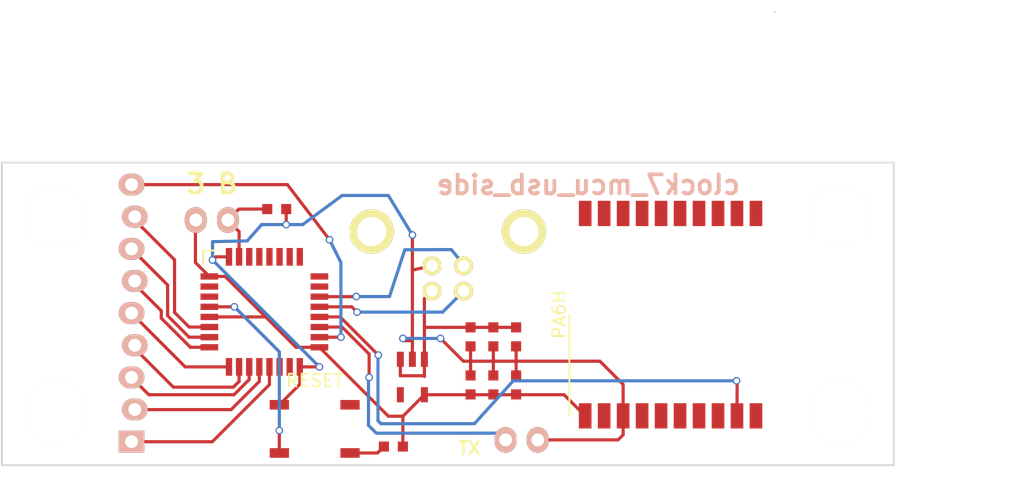
<source format=kicad_pcb>
(kicad_pcb (version 4) (host pcbnew 4.0.7-e2-6376~58~ubuntu16.04.1)

  (general
    (links 0)
    (no_connects 0)
    (area 75.124999 64.864999 146.075001 102.76)
    (thickness 1.6)
    (drawings 21)
    (tracks 148)
    (zones 0)
    (modules 20)
    (nets 1)
  )

  (page A4)
  (layers
    (0 F.Cu signal)
    (31 B.Cu signal)
    (32 B.Adhes user)
    (33 F.Adhes user)
    (34 B.Paste user)
    (35 F.Paste user)
    (36 B.SilkS user)
    (37 F.SilkS user)
    (38 B.Mask user)
    (39 F.Mask user)
    (40 Dwgs.User user)
    (41 Cmts.User user)
    (42 Eco1.User user)
    (43 Eco2.User user)
    (44 Edge.Cuts user)
    (45 Margin user)
    (46 B.CrtYd user)
    (47 F.CrtYd user)
    (48 B.Fab user)
    (49 F.Fab user)
  )

  (setup
    (last_trace_width 0.25)
    (trace_clearance 0.2)
    (zone_clearance 0.508)
    (zone_45_only no)
    (trace_min 0.2)
    (segment_width 0.2)
    (edge_width 0.15)
    (via_size 0.6)
    (via_drill 0.4)
    (via_min_size 0.4)
    (via_min_drill 0.3)
    (uvia_size 0.3)
    (uvia_drill 0.1)
    (uvias_allowed no)
    (uvia_min_size 0.2)
    (uvia_min_drill 0.1)
    (pcb_text_width 0.3)
    (pcb_text_size 1.5 1.5)
    (mod_edge_width 0.15)
    (mod_text_size 1 1)
    (mod_text_width 0.15)
    (pad_size 1.524 1.524)
    (pad_drill 0.762)
    (pad_to_mask_clearance 0.2)
    (aux_axis_origin 0 0)
    (visible_elements FFFFFF7F)
    (pcbplotparams
      (layerselection 0x010f0_80000001)
      (usegerberextensions false)
      (excludeedgelayer true)
      (linewidth 0.100000)
      (plotframeref false)
      (viasonmask false)
      (mode 1)
      (useauxorigin false)
      (hpglpennumber 1)
      (hpglpenspeed 20)
      (hpglpendiameter 15)
      (hpglpenoverlay 2)
      (psnegative false)
      (psa4output false)
      (plotreference true)
      (plotvalue true)
      (plotinvisibletext false)
      (padsonsilk false)
      (subtractmaskfromsilk false)
      (outputformat 1)
      (mirror false)
      (drillshape 0)
      (scaleselection 1)
      (outputdirectory clock7_mcu_usb_side/))
  )

  (net 0 "")

  (net_class Default "This is the default net class."
    (clearance 0.2)
    (trace_width 0.25)
    (via_dia 0.6)
    (via_drill 0.4)
    (uvia_dia 0.3)
    (uvia_drill 0.1)
  )

  (module 00my_modules:R_0603 (layer F.Cu) (tedit 5B4973CC) (tstamp 5CAAD7CB)
    (at 116 94.4 90)
    (descr R0603)
    (tags "resistor capacitor led 0603")
    (attr smd)
    (fp_text reference "" (at 0 0 90) (layer F.SilkS)
      (effects (font (size 0.5 0.5) (thickness 0.1)))
    )
    (fp_text value C (at 0 0 90) (layer F.Fab)
      (effects (font (size 0.5 0.5) (thickness 0.01)))
    )
    (fp_line (start -1.2 -0.45) (end 1.2 -0.45) (layer F.CrtYd) (width 0.01))
    (fp_line (start -1.2 0.45) (end 1.2 0.45) (layer F.CrtYd) (width 0.01))
    (fp_line (start -1.2 -0.45) (end -1.2 0.45) (layer F.CrtYd) (width 0.01))
    (fp_line (start 1.2 -0.45) (end 1.2 0.45) (layer F.CrtYd) (width 0.01))
    (pad 1 smd rect (at -0.75 0 90) (size 0.8 0.8) (layers F.Cu F.Paste F.Mask))
    (pad 2 smd rect (at 0.75 0 90) (size 0.8 0.8) (layers F.Cu F.Paste F.Mask))
  )

  (module 00my_modules:R_0603 (layer F.Cu) (tedit 5B4973CC) (tstamp 5CAAD7C1)
    (at 114.2 94.4 90)
    (descr R0603)
    (tags "resistor capacitor led 0603")
    (attr smd)
    (fp_text reference "" (at 0 0 90) (layer F.SilkS)
      (effects (font (size 0.5 0.5) (thickness 0.1)))
    )
    (fp_text value C (at 0 0 90) (layer F.Fab)
      (effects (font (size 0.5 0.5) (thickness 0.01)))
    )
    (fp_line (start -1.2 -0.45) (end 1.2 -0.45) (layer F.CrtYd) (width 0.01))
    (fp_line (start -1.2 0.45) (end 1.2 0.45) (layer F.CrtYd) (width 0.01))
    (fp_line (start -1.2 -0.45) (end -1.2 0.45) (layer F.CrtYd) (width 0.01))
    (fp_line (start 1.2 -0.45) (end 1.2 0.45) (layer F.CrtYd) (width 0.01))
    (pad 1 smd rect (at -0.75 0 90) (size 0.8 0.8) (layers F.Cu F.Paste F.Mask))
    (pad 2 smd rect (at 0.75 0 90) (size 0.8 0.8) (layers F.Cu F.Paste F.Mask))
  )

  (module 00my_modules:R_0603 (layer F.Cu) (tedit 5B4970A9) (tstamp 5CAAD7B7)
    (at 116 90.6 90)
    (descr R0603)
    (tags "resistor capacitor led 0603")
    (attr smd)
    (fp_text reference "" (at 0 0 90) (layer F.SilkS)
      (effects (font (size 0.5 0.5) (thickness 0.1)))
    )
    (fp_text value C (at 0 0 90) (layer F.Fab)
      (effects (font (size 0.5 0.5) (thickness 0.01)))
    )
    (fp_line (start -1.2 -0.45) (end 1.2 -0.45) (layer F.CrtYd) (width 0.01))
    (fp_line (start -1.2 0.45) (end 1.2 0.45) (layer F.CrtYd) (width 0.01))
    (fp_line (start -1.2 -0.45) (end -1.2 0.45) (layer F.CrtYd) (width 0.01))
    (fp_line (start 1.2 -0.45) (end 1.2 0.45) (layer F.CrtYd) (width 0.01))
    (pad 1 smd rect (at -0.75 0 90) (size 0.8 0.8) (layers F.Cu F.Paste F.Mask))
    (pad 2 smd rect (at 0.75 0 90) (size 0.8 0.8) (layers F.Cu F.Paste F.Mask))
  )

  (module 00my_modules:R_0603 (layer F.Cu) (tedit 5B4970A9) (tstamp 5CAAD7AD)
    (at 114.2 90.6 90)
    (descr R0603)
    (tags "resistor capacitor led 0603")
    (attr smd)
    (fp_text reference "" (at 0 0 90) (layer F.SilkS)
      (effects (font (size 0.5 0.5) (thickness 0.1)))
    )
    (fp_text value C (at 0 0 90) (layer F.Fab)
      (effects (font (size 0.5 0.5) (thickness 0.01)))
    )
    (fp_line (start -1.2 -0.45) (end 1.2 -0.45) (layer F.CrtYd) (width 0.01))
    (fp_line (start -1.2 0.45) (end 1.2 0.45) (layer F.CrtYd) (width 0.01))
    (fp_line (start -1.2 -0.45) (end -1.2 0.45) (layer F.CrtYd) (width 0.01))
    (fp_line (start 1.2 -0.45) (end 1.2 0.45) (layer F.CrtYd) (width 0.01))
    (pad 1 smd rect (at -0.75 0 90) (size 0.8 0.8) (layers F.Cu F.Paste F.Mask))
    (pad 2 smd rect (at 0.75 0 90) (size 0.8 0.8) (layers F.Cu F.Paste F.Mask))
  )

  (module 00my_modules:R_0603 (layer F.Cu) (tedit 5B4970A9) (tstamp 5B497FE4)
    (at 112.4 90.6 90)
    (descr R0603)
    (tags "resistor capacitor led 0603")
    (attr smd)
    (fp_text reference "" (at 0 0 90) (layer F.SilkS)
      (effects (font (size 0.5 0.5) (thickness 0.1)))
    )
    (fp_text value C (at 0 0 90) (layer F.Fab)
      (effects (font (size 0.5 0.5) (thickness 0.01)))
    )
    (fp_line (start -1.2 -0.45) (end 1.2 -0.45) (layer F.CrtYd) (width 0.01))
    (fp_line (start -1.2 0.45) (end 1.2 0.45) (layer F.CrtYd) (width 0.01))
    (fp_line (start -1.2 -0.45) (end -1.2 0.45) (layer F.CrtYd) (width 0.01))
    (fp_line (start 1.2 -0.45) (end 1.2 0.45) (layer F.CrtYd) (width 0.01))
    (pad 1 smd rect (at -0.75 0 90) (size 0.8 0.8) (layers F.Cu F.Paste F.Mask))
    (pad 2 smd rect (at 0.75 0 90) (size 0.8 0.8) (layers F.Cu F.Paste F.Mask))
  )

  (module 00my_modules:PA6H (layer F.Cu) (tedit 5415CC62) (tstamp 5B496F09)
    (at 128.21 88.845 90)
    (descr PA6H)
    (tags "PA6H gps")
    (fp_text reference PA6H (at 0 -8.8 90) (layer F.SilkS)
      (effects (font (size 1 1) (thickness 0.15)))
    )
    (fp_text value GPS (at 0 -7 90) (layer F.Fab)
      (effects (font (size 1 1) (thickness 0.15)))
    )
    (fp_line (start -8 -8) (end -8 8) (layer F.CrtYd) (width 0.05))
    (fp_line (start 8 -8) (end 8 8) (layer F.CrtYd) (width 0.05))
    (fp_line (start -8 -8) (end 8 -8) (layer F.CrtYd) (width 0.05))
    (fp_line (start -8 8) (end 8 8) (layer F.CrtYd) (width 0.05))
    (fp_line (start -8 -8) (end 0 -8) (layer F.SilkS) (width 0.15))
    (pad VCC smd rect (at -8 -6.75 90) (size 2 1) (layers F.Cu F.Paste F.Mask))
    (pad 2 smd rect (at -8 -5.25 90) (size 2 1) (layers F.Cu F.Paste F.Mask))
    (pad GND smd rect (at -8 -3.75 90) (size 2 1) (layers F.Cu F.Paste F.Mask))
    (pad 4 smd rect (at -8 -2.25 90) (size 2 1) (layers F.Cu F.Paste F.Mask))
    (pad 5 smd rect (at -8 -0.75 90) (size 2 1) (layers F.Cu F.Paste F.Mask))
    (pad 6 smd rect (at -8 0.75 90) (size 2 1) (layers F.Cu F.Paste F.Mask))
    (pad 7 smd rect (at -8 2.25 90) (size 2 1) (layers F.Cu F.Paste F.Mask))
    (pad 8 smd rect (at -8 3.75 90) (size 2 1) (layers F.Cu F.Paste F.Mask))
    (pad TX smd rect (at -8 5.25 90) (size 2 1) (layers F.Cu F.Paste F.Mask))
    (pad RX smd rect (at -8 6.75 90) (size 2 1) (layers F.Cu F.Paste F.Mask))
    (pad 11 smd rect (at 8 6.75 90) (size 2 1) (layers F.Cu F.Paste F.Mask))
    (pad 12 smd rect (at 8 5.25 90) (size 2 1) (layers F.Cu F.Paste F.Mask))
    (pad 13 smd rect (at 8 3.75 90) (size 2 1) (layers F.Cu F.Paste F.Mask))
    (pad 14 smd rect (at 8 2.25 90) (size 2 1) (layers F.Cu F.Paste F.Mask))
    (pad 15 smd rect (at 8 0.75 90) (size 2 1) (layers F.Cu F.Paste F.Mask))
    (pad 16 smd rect (at 8 -0.75 90) (size 2 1) (layers F.Cu F.Paste F.Mask))
    (pad 17 smd rect (at 8 -2.25 90) (size 2 1) (layers F.Cu F.Paste F.Mask))
    (pad 18 smd rect (at 8 -3.75 90) (size 2 1) (layers F.Cu F.Paste F.Mask))
    (pad 19 smd rect (at 8 -5.25 90) (size 2 1) (layers F.Cu F.Paste F.Mask))
    (pad 20 smd rect (at 8 -6.75 90) (size 2 1) (layers F.Cu F.Paste F.Mask))
  )

  (module 00my_modules:STM32_LQFP32 (layer F.Cu) (tedit 54130A77) (tstamp 5B497879)
    (at 96.1 88.625)
    (descr LQFP-32)
    (tags "smd lqfp")
    (attr smd)
    (fp_text reference "" (at 0 -4.3) (layer F.SilkS)
      (effects (font (size 1 1) (thickness 0.15)))
    )
    (fp_text value "" (at -1.5 -3) (layer F.Fab)
      (effects (font (size 0.5 0.5) (thickness 0.01)))
    )
    (fp_text user LQFP32 (at 0 0) (layer F.Fab)
      (effects (font (size 0.8 0.8) (thickness 0.1)))
    )
    (fp_line (start -5.05 -5.05) (end 5.05 -5.05) (layer F.CrtYd) (width 0.01))
    (fp_line (start 5.05 -5.05) (end 5.05 5.05) (layer F.CrtYd) (width 0.01))
    (fp_line (start 5.05 5.05) (end -5.05 5.05) (layer F.CrtYd) (width 0.01))
    (fp_line (start -5.05 5.05) (end -5.05 -5.05) (layer F.CrtYd) (width 0.01))
    (fp_line (start -4.85 -4.85) (end -4.85 -3.85) (layer F.SilkS) (width 0.15))
    (fp_line (start -4.85 -4.85) (end -3.85 -4.85) (layer F.SilkS) (width 0.15))
    (fp_line (start -3.65 -3.65) (end 3.65 -3.65) (layer F.Fab) (width 0.01))
    (fp_line (start 3.65 -3.65) (end 3.65 3.65) (layer F.Fab) (width 0.01))
    (fp_line (start 3.65 3.65) (end -3.65 3.65) (layer F.Fab) (width 0.01))
    (fp_line (start -3.65 3.65) (end -3.65 -3.65) (layer F.Fab) (width 0.01))
    (pad 3.3 smd rect (at -4.35 -2.8) (size 1.4 0.5) (layers F.Cu F.Paste F.Mask))
    (pad PF0 smd rect (at -4.35 -2) (size 1.4 0.5) (layers F.Cu F.Paste F.Mask))
    (pad PF1 smd rect (at -4.35 -1.2) (size 1.4 0.5) (layers F.Cu F.Paste F.Mask))
    (pad RST smd rect (at -4.35 -0.4) (size 1.4 0.5) (layers F.Cu F.Paste F.Mask))
    (pad 3.3 smd rect (at -4.35 0.4) (size 1.4 0.5) (layers F.Cu F.Paste F.Mask))
    (pad PA0 smd rect (at -4.35 1.2) (size 1.4 0.5) (layers F.Cu F.Paste F.Mask))
    (pad PA1 smd rect (at -4.35 2) (size 1.4 0.5) (layers F.Cu F.Paste F.Mask))
    (pad PA2 smd rect (at -4.35 2.8) (size 1.4 0.5) (layers F.Cu F.Paste F.Mask))
    (pad PA3 smd rect (at -2.8 4.35 90) (size 1.4 0.5) (layers F.Cu F.Paste F.Mask))
    (pad PA4 smd rect (at -2 4.35 90) (size 1.4 0.5) (layers F.Cu F.Paste F.Mask))
    (pad PA5 smd rect (at -1.2 4.35 90) (size 1.4 0.5) (layers F.Cu F.Paste F.Mask))
    (pad PA6 smd rect (at -0.4 4.35 90) (size 1.4 0.5) (layers F.Cu F.Paste F.Mask))
    (pad PA7 smd rect (at 0.4 4.35 90) (size 1.4 0.5) (layers F.Cu F.Paste F.Mask))
    (pad PB0 smd rect (at 1.2 4.35 90) (size 1.4 0.5) (layers F.Cu F.Paste F.Mask))
    (pad PB1 smd rect (at 2 4.35 90) (size 1.4 0.5) (layers F.Cu F.Paste F.Mask))
    (pad GND smd rect (at 2.8 4.35 90) (size 1.4 0.5) (layers F.Cu F.Paste F.Mask))
    (pad PA14 smd rect (at 4.35 -2.8) (size 1.4 0.5) (layers F.Cu F.Paste F.Mask))
    (pad PA13 smd rect (at 4.35 -2) (size 1.4 0.5) (layers F.Cu F.Paste F.Mask))
    (pad PA12 smd rect (at 4.35 -1.2) (size 1.4 0.5) (layers F.Cu F.Paste F.Mask))
    (pad PA11 smd rect (at 4.35 -0.4) (size 1.4 0.5) (layers F.Cu F.Paste F.Mask))
    (pad PA10 smd rect (at 4.35 0.4) (size 1.4 0.5) (layers F.Cu F.Paste F.Mask))
    (pad PA9 smd rect (at 4.35 1.2) (size 1.4 0.5) (layers F.Cu F.Paste F.Mask))
    (pad PA8 smd rect (at 4.35 2) (size 1.4 0.5) (layers F.Cu F.Paste F.Mask))
    (pad 3.3 smd rect (at 4.35 2.8) (size 1.4 0.5) (layers F.Cu F.Paste F.Mask))
    (pad GND smd rect (at -2.8 -4.35 90) (size 1.4 0.5) (layers F.Cu F.Paste F.Mask))
    (pad BOOT smd rect (at -2 -4.35 90) (size 1.4 0.5) (layers F.Cu F.Paste F.Mask))
    (pad PB7 smd rect (at -1.2 -4.35 90) (size 1.4 0.5) (layers F.Cu F.Paste F.Mask))
    (pad PB6 smd rect (at -0.4 -4.35 90) (size 1.4 0.5) (layers F.Cu F.Paste F.Mask))
    (pad PB5 smd rect (at 0.4 -4.35 90) (size 1.4 0.5) (layers F.Cu F.Paste F.Mask))
    (pad PB4 smd rect (at 1.2 -4.35 90) (size 1.4 0.5) (layers F.Cu F.Paste F.Mask))
    (pad PB3 smd rect (at 2 -4.35 90) (size 1.4 0.5) (layers F.Cu F.Paste F.Mask))
    (pad PA15 smd rect (at 2.8 -4.35 90) (size 1.4 0.5) (layers F.Cu F.Paste F.Mask))
  )

  (module 00my_modules:AP2112 (layer F.Cu) (tedit 58CE4E80) (tstamp 5B497C39)
    (at 107.8 93.775 270)
    (descr SOT25)
    (tags SOT25)
    (attr smd)
    (fp_text reference "" (at 0 -2.5 270) (layer F.SilkS)
      (effects (font (size 1 1) (thickness 0.15)))
    )
    (fp_text value "" (at 0 2.05 270) (layer F.Fab)
      (effects (font (size 0.5 0.5) (thickness 0.01)))
    )
    (fp_text user SOT25 (at 0 0 360) (layer F.Fab)
      (effects (font (size 0.5 0.5) (thickness 0.01)))
    )
    (fp_line (start -0.8 -1.5) (end 0.8 -1.5) (layer F.Fab) (width 0.01))
    (fp_line (start -0.8 1.5) (end 0.8 1.5) (layer F.Fab) (width 0.01))
    (fp_line (start -0.8 -1.5) (end -0.8 1.5) (layer F.Fab) (width 0.01))
    (fp_line (start 0.8 -1.5) (end 0.8 1.5) (layer F.Fab) (width 0.01))
    (fp_line (start -0.8 -1.5) (end -0.8 1.5) (layer F.Fab) (width 0.01))
    (fp_line (start 0.8 -1.5) (end 0.8 1.5) (layer F.Fab) (width 0.01))
    (fp_line (start -2.3 -1.7) (end 2.3 -1.7) (layer F.CrtYd) (width 0.01))
    (fp_line (start -2.3 -1.7) (end -2.3 1.7) (layer F.CrtYd) (width 0.01))
    (fp_line (start 2.3 1.7) (end 2.3 -1.7) (layer F.CrtYd) (width 0.01))
    (fp_line (start 2.3 1.7) (end -2.3 1.7) (layer F.CrtYd) (width 0.01))
    (pad VIN smd rect (at -1.4 -0.95 270) (size 1.2 0.55) (layers F.Cu F.Paste F.Mask))
    (pad GND smd rect (at -1.4 0 270) (size 1.2 0.55) (layers F.Cu F.Paste F.Mask))
    (pad EN smd rect (at -1.4 0.95 270) (size 1.2 0.55) (layers F.Cu F.Paste F.Mask))
    (pad NC smd rect (at 1.4 0.95 270) (size 1.2 0.55) (layers F.Cu F.Paste F.Mask))
    (pad VOUT smd rect (at 1.4 -0.95 270) (size 1.2 0.55) (layers F.Cu F.Paste F.Mask))
  )

  (module 00my_modules:BUTTON4_SMD (layer F.Cu) (tedit 5B497302) (tstamp 5B49863C)
    (at 100.076 97.875)
    (descr button4_smd)
    (tags "SPST button tactile switch")
    (fp_text reference RESET (at 0 -3.81) (layer F.SilkS)
      (effects (font (size 1 1) (thickness 0.15)))
    )
    (fp_text value "" (at 0 3.81) (layer F.Fab)
      (effects (font (size 1 1) (thickness 0.15)))
    )
    (fp_line (start -1.54 -2.54) (end -2.54 -1.54) (layer F.Fab) (width 0.2032))
    (fp_line (start -2.54 -1.24) (end -2.54 1.27) (layer F.Fab) (width 0.2032))
    (fp_line (start -2.54 1.54) (end -1.54 2.54) (layer F.Fab) (width 0.2032))
    (fp_line (start -1.54 2.54) (end 1.54 2.54) (layer F.Fab) (width 0.2032))
    (fp_line (start 1.54 2.54) (end 2.54 1.54) (layer F.Fab) (width 0.2032))
    (fp_line (start 2.54 1.24) (end 2.54 -1.24) (layer F.Fab) (width 0.2032))
    (fp_line (start 2.54 -1.54) (end 1.54 -2.54) (layer F.Fab) (width 0.2032))
    (fp_line (start 1.54 -2.54) (end -1.54 -2.54) (layer F.Fab) (width 0.2032))
    (fp_line (start 1.905 1.27) (end 1.905 0.445) (layer F.Fab) (width 0.127))
    (fp_line (start 1.905 0.445) (end 2.16 -0.01) (layer F.Fab) (width 0.127))
    (fp_line (start 1.905 -0.23) (end 1.905 -1.115) (layer F.Fab) (width 0.127))
    (fp_circle (center 0 0) (end 0 1.27) (layer F.Fab) (width 0.2032))
    (pad 1 smd rect (at -2.794 1.905) (size 1.524 0.762) (layers F.Cu F.Paste F.Mask))
    (pad 2 smd rect (at 2.794 1.905) (size 1.524 0.762) (layers F.Cu F.Paste F.Mask))
    (pad 3 smd rect (at -2.794 -1.905) (size 1.524 0.762) (layers F.Cu F.Paste F.Mask))
    (pad 4 smd rect (at 2.794 -1.905) (size 1.524 0.762) (layers F.Cu F.Paste F.Mask))
  )

  (module 00my_modules:R_0603 (layer F.Cu) (tedit 5415CC62) (tstamp 5B49868D)
    (at 106.299 99.272)
    (descr R0603)
    (tags "resistor capacitor led 0603")
    (attr smd)
    (fp_text reference "" (at 0 0) (layer F.SilkS)
      (effects (font (size 0.5 0.5) (thickness 0.1)))
    )
    (fp_text value R (at 0 0) (layer F.Fab)
      (effects (font (size 0.5 0.5) (thickness 0.01)))
    )
    (fp_line (start -1.2 -0.45) (end 1.2 -0.45) (layer F.CrtYd) (width 0.01))
    (fp_line (start -1.2 0.45) (end 1.2 0.45) (layer F.CrtYd) (width 0.01))
    (fp_line (start -1.2 -0.45) (end -1.2 0.45) (layer F.CrtYd) (width 0.01))
    (fp_line (start 1.2 -0.45) (end 1.2 0.45) (layer F.CrtYd) (width 0.01))
    (pad 1 smd rect (at -0.75 0) (size 0.8 0.8) (layers F.Cu F.Paste F.Mask))
    (pad 2 smd rect (at 0.75 0) (size 0.8 0.8) (layers F.Cu F.Paste F.Mask))
  )

  (module 00my_modules:R_0603 (layer F.Cu) (tedit 5B4973CC) (tstamp 5B4986A5)
    (at 112.4 94.4 90)
    (descr R0603)
    (tags "resistor capacitor led 0603")
    (attr smd)
    (fp_text reference "" (at 0 0 90) (layer F.SilkS)
      (effects (font (size 0.5 0.5) (thickness 0.1)))
    )
    (fp_text value C (at 0 0 90) (layer F.Fab)
      (effects (font (size 0.5 0.5) (thickness 0.01)))
    )
    (fp_line (start -1.2 -0.45) (end 1.2 -0.45) (layer F.CrtYd) (width 0.01))
    (fp_line (start -1.2 0.45) (end 1.2 0.45) (layer F.CrtYd) (width 0.01))
    (fp_line (start -1.2 -0.45) (end -1.2 0.45) (layer F.CrtYd) (width 0.01))
    (fp_line (start 1.2 -0.45) (end 1.2 0.45) (layer F.CrtYd) (width 0.01))
    (pad 1 smd rect (at -0.75 0 90) (size 0.8 0.8) (layers F.Cu F.Paste F.Mask))
    (pad 2 smd rect (at 0.75 0 90) (size 0.8 0.8) (layers F.Cu F.Paste F.Mask))
  )

  (module 00my_modules:Pin_Header_Straight_1x02 (layer B.Cu) (tedit 0) (tstamp 5B4986E5)
    (at 90.678 81.365 270)
    (descr "Through hole pin header")
    (tags "pin header")
    (fp_text reference "" (at 0 2.4 270) (layer B.SilkS)
      (effects (font (size 0.5 0.5) (thickness 0.01)) (justify mirror))
    )
    (fp_text value "" (at 0 3.1 270) (layer B.Fab)
      (effects (font (size 0.5 0.5) (thickness 0.01)) (justify mirror))
    )
    (fp_line (start -1.75 1.75) (end -1.75 -4.29) (layer B.CrtYd) (width 0.05))
    (fp_line (start 1.75 1.75) (end 1.75 -4.29) (layer B.CrtYd) (width 0.05))
    (fp_line (start -1.75 1.75) (end 1.75 1.75) (layer B.CrtYd) (width 0.05))
    (fp_line (start -1.75 -4.29) (end 1.75 -4.29) (layer B.CrtYd) (width 0.05))
    (pad 1 thru_hole oval (at 0 0 270) (size 2.032 1.7272) (drill 1.016) (layers *.Cu *.Mask B.SilkS))
    (pad 2 thru_hole oval (at 0 -2.54 270) (size 2.032 1.7272) (drill 1.016) (layers *.Cu *.Mask B.SilkS))
  )

  (module 00my_modules:Pin_Header_Straight_1x02 (layer B.Cu) (tedit 0) (tstamp 5C248C93)
    (at 115.17 98.745 270)
    (descr "Through hole pin header")
    (tags "pin header")
    (fp_text reference "" (at 0 2.4 270) (layer B.SilkS)
      (effects (font (size 0.5 0.5) (thickness 0.01)) (justify mirror))
    )
    (fp_text value "" (at 0 3.1 270) (layer B.Fab)
      (effects (font (size 0.5 0.5) (thickness 0.01)) (justify mirror))
    )
    (fp_line (start -1.75 1.75) (end -1.75 -4.29) (layer B.CrtYd) (width 0.05))
    (fp_line (start 1.75 1.75) (end 1.75 -4.29) (layer B.CrtYd) (width 0.05))
    (fp_line (start -1.75 1.75) (end 1.75 1.75) (layer B.CrtYd) (width 0.05))
    (fp_line (start -1.75 -4.29) (end 1.75 -4.29) (layer B.CrtYd) (width 0.05))
    (fp_line (start -2 -1.27) (end 2 -1.27) (layer B.CrtYd) (width 0.05))
    (fp_line (start 0 0.5) (end 0 -3) (layer B.CrtYd) (width 0.05))
    (pad 1 thru_hole oval (at 0 0 270) (size 2.032 1.7272) (drill 1.016) (layers *.Cu *.Mask B.SilkS))
    (pad 2 thru_hole oval (at 0 -2.54 270) (size 2.032 1.7272) (drill 1.016) (layers *.Cu *.Mask B.SilkS))
  )

  (module 00my_modules:Pin_Header_Wiggle_1x09 (layer B.Cu) (tedit 0) (tstamp 5C249190)
    (at 85.6 98.885)
    (descr "Through hole pin header")
    (tags "pin header")
    (fp_text reference "" (at 0 2.4) (layer B.SilkS)
      (effects (font (size 0.5 0.5) (thickness 0.01)) (justify mirror))
    )
    (fp_text value "" (at 0 3.1) (layer B.Fab)
      (effects (font (size 0.5 0.5) (thickness 0.01)) (justify mirror))
    )
    (fp_line (start -1.75 1.75) (end -1.75 -22.07) (layer B.CrtYd) (width 0.05))
    (fp_line (start 1.75 1.75) (end 1.75 -22.07) (layer B.CrtYd) (width 0.05))
    (fp_line (start -1.75 1.75) (end 1.75 1.75) (layer B.CrtYd) (width 0.05))
    (fp_line (start -1.75 -22.07) (end 1.75 -22.07) (layer B.CrtYd) (width 0.05))
    (pad 1 thru_hole rect (at 0 0) (size 2.032 1.7272) (drill 1.016) (layers *.Cu *.Mask B.SilkS))
    (pad 2 thru_hole oval (at 0.254 -2.54) (size 2.032 1.7272) (drill 1.016) (layers *.Cu *.Mask B.SilkS))
    (pad 3 thru_hole oval (at 0 -5.08) (size 2.032 1.7272) (drill 1.016) (layers *.Cu *.Mask B.SilkS))
    (pad 4 thru_hole oval (at 0.254 -7.62) (size 2.032 1.7272) (drill 1.016) (layers *.Cu *.Mask B.SilkS))
    (pad 5 thru_hole oval (at 0 -10.16) (size 2.032 1.7272) (drill 1.016) (layers *.Cu *.Mask B.SilkS))
    (pad 6 thru_hole oval (at 0.254 -12.7) (size 2.032 1.7272) (drill 1.016) (layers *.Cu *.Mask B.SilkS))
    (pad 7 thru_hole oval (at 0 -15.24) (size 2.032 1.7272) (drill 1.016) (layers *.Cu *.Mask B.SilkS))
    (pad 8 thru_hole oval (at 0.254 -17.78) (size 2.032 1.7272) (drill 1.016) (layers *.Cu *.Mask B.SilkS))
    (pad 9 thru_hole oval (at 0 -20.32) (size 2.032 1.7272) (drill 1.016) (layers *.Cu *.Mask B.SilkS))
  )

  (module 00my_modules:UE27-BC54-130 (layer F.Cu) (tedit 0) (tstamp 5CAAD636)
    (at 110.6 82.275 180)
    (descr UE27-BC54-130)
    (tags usb)
    (fp_text reference "" (at 0 -1 180) (layer F.SilkS)
      (effects (font (size 0.5 0.5) (thickness 0.01)))
    )
    (fp_text value "" (at 0 1 180) (layer F.Fab)
      (effects (font (size 0.5 0.5) (thickness 0.01)))
    )
    (fp_text user USB (at 0 0 180) (layer F.Fab)
      (effects (font (size 1 1) (thickness 0.15)))
    )
    (fp_line (start -6.02 10.28) (end -6.02 -6.22) (layer F.CrtYd) (width 0.05))
    (fp_line (start 6.02 10.28) (end 6.02 -6.22) (layer F.CrtYd) (width 0.05))
    (fp_line (start -6.02 -6.22) (end 6.02 -6.22) (layer F.CrtYd) (width 0.05))
    (fp_line (start -6.02 10.28) (end 6.02 10.28) (layer F.CrtYd) (width 0.05))
    (pad V thru_hole circle (at 1.25 -4.71 180) (size 1.5 1.5) (drill 0.92) (layers *.Cu *.Mask F.SilkS))
    (pad - thru_hole circle (at -1.25 -4.71 180) (size 1.5 1.5) (drill 0.92) (layers *.Cu *.Mask F.SilkS))
    (pad + thru_hole circle (at -1.25 -2.71 180) (size 1.5 1.5) (drill 0.92) (layers *.Cu *.Mask F.SilkS))
    (pad G thru_hole circle (at 1.25 -2.71 180) (size 1.5 1.5) (drill 0.92) (layers *.Cu *.Mask F.SilkS))
    (pad X thru_hole circle (at 6.02 0 180) (size 3.5 3.5) (drill 2.3) (layers *.Cu *.Mask F.SilkS))
    (pad X thru_hole circle (at -6.02 0 180) (size 3.5 3.5) (drill 2.3) (layers *.Cu *.Mask F.SilkS))
  )

  (module 00my_modules:Hole0 (layer F.Cu) (tedit 0) (tstamp 5CAADECE)
    (at 141.6 96.5)
    (descr hole0)
    (tags hole)
    (fp_text reference "" (at 0 0) (layer F.SilkS)
      (effects (font (size 0.5 0.5) (thickness 0.01)))
    )
    (fp_text value "" (at 0 0) (layer F.Fab)
      (effects (font (size 0.5 0.5) (thickness 0.01)))
    )
    (fp_line (start -4.25 -4.25) (end -4.25 4.25) (layer F.CrtYd) (width 0.05))
    (fp_line (start 4.25 -4.25) (end 4.25 4.25) (layer F.CrtYd) (width 0.05))
    (fp_line (start -4.25 -4.25) (end 4.25 -4.25) (layer F.CrtYd) (width 0.05))
    (fp_line (start -4.25 4.25) (end 4.25 4.25) (layer F.CrtYd) (width 0.05))
    (pad "" np_thru_hole circle (at 0 0) (size 5 5) (drill 5) (layers *.Cu *.Mask F.SilkS))
  )

  (module 00my_modules:Hole0 (layer F.Cu) (tedit 0) (tstamp 5CAADEDF)
    (at 141.6 81.075)
    (descr hole0)
    (tags hole)
    (fp_text reference "" (at 0 0) (layer F.SilkS)
      (effects (font (size 0.5 0.5) (thickness 0.01)))
    )
    (fp_text value "" (at 0 0) (layer F.Fab)
      (effects (font (size 0.5 0.5) (thickness 0.01)))
    )
    (fp_line (start -4.25 -4.25) (end -4.25 4.25) (layer F.CrtYd) (width 0.05))
    (fp_line (start 4.25 -4.25) (end 4.25 4.25) (layer F.CrtYd) (width 0.05))
    (fp_line (start -4.25 -4.25) (end 4.25 -4.25) (layer F.CrtYd) (width 0.05))
    (fp_line (start -4.25 4.25) (end 4.25 4.25) (layer F.CrtYd) (width 0.05))
    (pad "" np_thru_hole circle (at 0 0) (size 5 5) (drill 5) (layers *.Cu *.Mask F.SilkS))
  )

  (module 00my_modules:Hole0 (layer F.Cu) (tedit 0) (tstamp 5CAADF01)
    (at 79.6 96.5)
    (descr hole0)
    (tags hole)
    (fp_text reference "" (at 0 0) (layer F.SilkS)
      (effects (font (size 0.5 0.5) (thickness 0.01)))
    )
    (fp_text value "" (at 0 0) (layer F.Fab)
      (effects (font (size 0.5 0.5) (thickness 0.01)))
    )
    (fp_line (start -4.25 -4.25) (end -4.25 4.25) (layer F.CrtYd) (width 0.05))
    (fp_line (start 4.25 -4.25) (end 4.25 4.25) (layer F.CrtYd) (width 0.05))
    (fp_line (start -4.25 -4.25) (end 4.25 -4.25) (layer F.CrtYd) (width 0.05))
    (fp_line (start -4.25 4.25) (end 4.25 4.25) (layer F.CrtYd) (width 0.05))
    (pad "" np_thru_hole circle (at 0 0) (size 5 5) (drill 5) (layers *.Cu *.Mask F.SilkS))
  )

  (module 00my_modules:Hole0 (layer F.Cu) (tedit 0) (tstamp 5CAADF12)
    (at 79.6 81.075)
    (descr hole0)
    (tags hole)
    (fp_text reference "" (at 0 0) (layer F.SilkS)
      (effects (font (size 0.5 0.5) (thickness 0.01)))
    )
    (fp_text value "" (at 0 0) (layer F.Fab)
      (effects (font (size 0.5 0.5) (thickness 0.01)))
    )
    (fp_line (start -4.25 -4.25) (end -4.25 4.25) (layer F.CrtYd) (width 0.05))
    (fp_line (start 4.25 -4.25) (end 4.25 4.25) (layer F.CrtYd) (width 0.05))
    (fp_line (start -4.25 -4.25) (end 4.25 -4.25) (layer F.CrtYd) (width 0.05))
    (fp_line (start -4.25 4.25) (end 4.25 4.25) (layer F.CrtYd) (width 0.05))
    (pad "" np_thru_hole circle (at 0 0) (size 5 5) (drill 5) (layers *.Cu *.Mask F.SilkS))
  )

  (module 00my_modules:R_0603 (layer F.Cu) (tedit 5415CC62) (tstamp 5CAAE5E2)
    (at 97.075 80.5)
    (descr R0603)
    (tags "resistor capacitor led 0603")
    (attr smd)
    (fp_text reference "" (at 0 0) (layer F.SilkS)
      (effects (font (size 0.5 0.5) (thickness 0.1)))
    )
    (fp_text value R (at 0 0) (layer F.Fab)
      (effects (font (size 0.5 0.5) (thickness 0.01)))
    )
    (fp_line (start -1.2 -0.45) (end 1.2 -0.45) (layer F.CrtYd) (width 0.01))
    (fp_line (start -1.2 0.45) (end 1.2 0.45) (layer F.CrtYd) (width 0.01))
    (fp_line (start -1.2 -0.45) (end -1.2 0.45) (layer F.CrtYd) (width 0.01))
    (fp_line (start 1.2 -0.45) (end 1.2 0.45) (layer F.CrtYd) (width 0.01))
    (pad 1 smd rect (at -0.75 0) (size 0.8 0.8) (layers F.Cu F.Paste F.Mask))
    (pad 2 smd rect (at 0.75 0) (size 0.8 0.8) (layers F.Cu F.Paste F.Mask))
  )

  (dimension 23.925 (width 0.3) (layer F.Fab)
    (gr_text "23.925 mm" (at 153.475 88.7875 270) (layer F.Fab)
      (effects (font (size 1.5 1.5) (thickness 0.3)))
    )
    (feature1 (pts (xy 145.85 100.75) (xy 154.825 100.75)))
    (feature2 (pts (xy 145.85 76.825) (xy 154.825 76.825)))
    (crossbar (pts (xy 152.125 76.825) (xy 152.125 100.75)))
    (arrow1a (pts (xy 152.125 100.75) (xy 151.538579 99.623496)))
    (arrow1b (pts (xy 152.125 100.75) (xy 152.711421 99.623496)))
    (arrow2a (pts (xy 152.125 76.825) (xy 151.538579 77.951504)))
    (arrow2b (pts (xy 152.125 76.825) (xy 152.711421 77.951504)))
  )
  (dimension 70.5 (width 0.3) (layer F.Fab)
    (gr_text "70.500 mm" (at 110.6 65.825) (layer F.Fab)
      (effects (font (size 1.5 1.5) (thickness 0.3)))
    )
    (feature1 (pts (xy 145.85 76.825) (xy 145.85 64.475)))
    (feature2 (pts (xy 75.35 76.825) (xy 75.35 64.475)))
    (crossbar (pts (xy 75.35 67.175) (xy 145.85 67.175)))
    (arrow1a (pts (xy 145.85 67.175) (xy 144.723496 67.761421)))
    (arrow1b (pts (xy 145.85 67.175) (xy 144.723496 66.588579)))
    (arrow2a (pts (xy 75.35 67.175) (xy 76.476504 67.761421)))
    (arrow2b (pts (xy 75.35 67.175) (xy 76.476504 66.588579)))
  )
  (gr_text clock7_mcu_usb_side (at 121.7 78.575) (layer B.SilkS)
    (effects (font (size 1.5 1.5) (thickness 0.3)) (justify mirror))
  )
  (gr_line (start 145.85 76.825) (end 145.85 100.75) (angle 90) (layer Edge.Cuts) (width 0.15))
  (gr_line (start 75.35 76.825) (end 145.85 76.825) (angle 90) (layer Edge.Cuts) (width 0.15))
  (gr_line (start 75.35 100.75) (end 75.35 76.825) (angle 90) (layer Edge.Cuts) (width 0.15))
  (gr_line (start 145.85 100.75) (end 75.35 100.75) (angle 90) (layer Edge.Cuts) (width 0.15))
  (gr_line (start 84.075 100.75) (end 82.625 100.75) (angle 90) (layer F.CrtYd) (width 0.2))
  (gr_line (start 83.95 76.825) (end 83.275 76.825) (angle 90) (layer F.CrtYd) (width 0.2))
  (gr_line (start 137.35 100.75) (end 138.15 100.75) (angle 90) (layer F.CrtYd) (width 0.2))
  (gr_line (start 137.325 76.825) (end 138.1 76.825) (angle 90) (layer F.CrtYd) (width 0.2))
  (gr_line (start 83.85 100.7) (end 83.875 100.7) (angle 90) (layer F.CrtYd) (width 0.2))
  (gr_line (start 83.85 76.825) (end 83.85 100.7) (angle 90) (layer F.CrtYd) (width 0.2))
  (gr_line (start 136.95 76.825) (end 83.85 76.825) (angle 90) (layer F.CrtYd) (width 0.2))
  (gr_line (start 137.35 76.825) (end 136.925 76.825) (angle 90) (layer F.CrtYd) (width 0.2))
  (gr_line (start 137.35 100.75) (end 137.35 76.825) (angle 90) (layer F.CrtYd) (width 0.2))
  (gr_line (start 83.85 100.75) (end 137.35 100.75) (angle 90) (layer F.CrtYd) (width 0.2))
  (gr_text B (at 93.2 78.5) (layer F.SilkS)
    (effects (font (size 1.5 1.5) (thickness 0.3)))
  )
  (gr_text 3 (at 90.7 78.5) (layer F.SilkS)
    (effects (font (size 1.5 1.5) (thickness 0.3)))
  )
  (gr_line (start 136.48 64.95) (end 136.48 64.94) (angle 90) (layer Edge.Cuts) (width 0.15))
  (gr_text TX (at 112.3 99.395) (layer F.SilkS)
    (effects (font (size 1 1) (thickness 0.2)))
  )

  (segment (start 97.825 80.5) (end 97.825 81.725) (width 0.25) (layer F.Cu) (net 0))
  (via (at 97.825 81.725) (size 0.6) (drill 0.4) (layers F.Cu B.Cu) (net 0))
  (segment (start 96.325 80.5) (end 94.083 80.5) (width 0.25) (layer F.Cu) (net 0))
  (segment (start 94.083 80.5) (end 93.218 81.365) (width 0.25) (layer F.Cu) (net 0) (tstamp 5CAAE5EC))
  (segment (start 116 89.85) (end 108.75 89.85) (width 0.25) (layer F.Cu) (net 0))
  (segment (start 116 93.65) (end 116 91.35) (width 0.25) (layer F.Cu) (net 0))
  (segment (start 114.2 93.65) (end 114.2 91.35) (width 0.25) (layer F.Cu) (net 0))
  (segment (start 112.4 93.65) (end 112.4 91.35) (width 0.25) (layer F.Cu) (net 0))
  (segment (start 107.8 90.9) (end 107.225 90.9) (width 0.25) (layer F.Cu) (net 0))
  (segment (start 124.46 94.36) (end 124.46 96.845) (width 0.25) (layer F.Cu) (net 0) (tstamp 5CAAD764))
  (segment (start 122.625 92.525) (end 124.46 94.36) (width 0.25) (layer F.Cu) (net 0) (tstamp 5CAAD762))
  (segment (start 111.825 92.525) (end 122.625 92.525) (width 0.25) (layer F.Cu) (net 0) (tstamp 5CAAD760))
  (segment (start 110.025 90.725) (end 111.825 92.525) (width 0.25) (layer F.Cu) (net 0) (tstamp 5CAAD75F))
  (via (at 110.025 90.725) (size 0.6) (drill 0.4) (layers F.Cu B.Cu) (net 0))
  (segment (start 107.05 90.725) (end 110.025 90.725) (width 0.25) (layer B.Cu) (net 0) (tstamp 5CAAD75C))
  (via (at 107.05 90.725) (size 0.6) (drill 0.4) (layers F.Cu B.Cu) (net 0))
  (segment (start 107.225 90.9) (end 107.05 90.725) (width 0.25) (layer F.Cu) (net 0) (tstamp 5CAAD75A))
  (segment (start 108.75 95.175) (end 119.79 95.175) (width 0.25) (layer F.Cu) (net 0))
  (segment (start 119.79 95.175) (end 121.46 96.845) (width 0.25) (layer F.Cu) (net 0) (tstamp 5CAAD71C))
  (segment (start 107.8 85.325) (end 107.8 82.55) (width 0.25) (layer F.Cu) (net 0))
  (segment (start 95.887736 81.725) (end 95.86387 81.748866) (width 0.25) (layer B.Cu) (net 0) (tstamp 5C247E6A))
  (segment (start 107.8 82.55) (end 105.9 79.425) (width 0.25) (layer B.Cu) (net 0))
  (segment (start 105.9 79.425) (end 102.25 79.425) (width 0.25) (layer B.Cu) (net 0))
  (segment (start 102.25 79.425) (end 99.125 81.725) (width 0.25) (layer B.Cu) (net 0) (tstamp 5CAAE600))
  (segment (start 99.125 81.725) (end 97.825 81.725) (width 0.25) (layer B.Cu) (net 0) (tstamp 5CAAE60A))
  (segment (start 97.825 81.725) (end 95.887736 81.725) (width 0.25) (layer B.Cu) (net 0) (tstamp 5CAAE5F2))
  (via (at 107.8 82.55) (size 0.6) (drill 0.4) (layers F.Cu B.Cu) (net 0))
  (segment (start 100.45 89.825) (end 102.24 89.825) (width 0.25) (layer F.Cu) (net 0))
  (segment (start 104.95 98.215) (end 114.64 98.215) (width 0.25) (layer B.Cu) (net 0) (tstamp 5C248CAC))
  (segment (start 104.33 97.595) (end 104.95 98.215) (width 0.25) (layer B.Cu) (net 0) (tstamp 5C248CAB))
  (segment (start 104.33 93.855) (end 104.33 97.595) (width 0.25) (layer B.Cu) (net 0) (tstamp 5C248CAA))
  (segment (start 104.38 93.805) (end 104.33 93.855) (width 0.25) (layer B.Cu) (net 0) (tstamp 5C248CA9))
  (via (at 104.38 93.805) (size 0.6) (drill 0.4) (layers F.Cu B.Cu) (net 0))
  (segment (start 104.38 91.965) (end 104.38 93.805) (width 0.25) (layer F.Cu) (net 0) (tstamp 5C248CA6))
  (segment (start 102.24 89.825) (end 104.38 91.965) (width 0.25) (layer F.Cu) (net 0) (tstamp 5C248CA4))
  (segment (start 114.64 98.215) (end 115.17 98.745) (width 0.25) (layer B.Cu) (net 0) (tstamp 5C248CAD))
  (segment (start 117.71 98.745) (end 124.06 98.745) (width 0.25) (layer F.Cu) (net 0))
  (segment (start 124.06 98.745) (end 124.46 98.345) (width 0.25) (layer F.Cu) (net 0) (tstamp 5C248CA1))
  (segment (start 124.46 98.345) (end 124.46 96.845) (width 0.25) (layer F.Cu) (net 0) (tstamp 5C248CA2))
  (segment (start 100.45 89.025) (end 102.09 89.025) (width 0.25) (layer F.Cu) (net 0))
  (segment (start 133.475 94.125) (end 133.46 96.845) (width 0.25) (layer F.Cu) (net 0) (tstamp 5C247F9C))
  (segment (start 133.425 94.075) (end 133.475 94.125) (width 0.25) (layer F.Cu) (net 0) (tstamp 5C247F9B))
  (via (at 133.425 94.075) (size 0.6) (drill 0.4) (layers F.Cu B.Cu) (net 0))
  (segment (start 115.775 94.075) (end 133.425 94.075) (width 0.25) (layer B.Cu) (net 0) (tstamp 5C247F92))
  (segment (start 112.71 97.465) (end 115.775 94.075) (width 0.25) (layer B.Cu) (net 0) (tstamp 5C247F8C))
  (segment (start 105.31 97.465) (end 112.71 97.465) (width 0.25) (layer B.Cu) (net 0) (tstamp 5C247F84))
  (segment (start 105.08 97.235) (end 105.31 97.465) (width 0.25) (layer B.Cu) (net 0) (tstamp 5C247F83))
  (segment (start 105.08 92.075) (end 105.08 97.235) (width 0.25) (layer B.Cu) (net 0) (tstamp 5C247F79))
  (segment (start 105.11 92.045) (end 105.08 92.075) (width 0.25) (layer B.Cu) (net 0) (tstamp 5C247F78))
  (via (at 105.11 92.045) (size 0.6) (drill 0.4) (layers F.Cu B.Cu) (net 0))
  (segment (start 102.09 89.025) (end 105.11 92.045) (width 0.25) (layer F.Cu) (net 0) (tstamp 5C247F6B))
  (segment (start 100.45 90.625) (end 102.15 90.625) (width 0.25) (layer F.Cu) (net 0))
  (segment (start 97.92 78.565) (end 85.6 78.565) (width 0.25) (layer F.Cu) (net 0) (tstamp 5C247E67))
  (segment (start 101.25 82.925) (end 97.92 78.565) (width 0.25) (layer F.Cu) (net 0) (tstamp 5C247E66))
  (via (at 101.25 82.925) (size 0.6) (drill 0.4) (layers F.Cu B.Cu) (net 0))
  (segment (start 102.15 90.625) (end 102.15 84.725) (width 0.25) (layer B.Cu) (net 0) (tstamp 5C247E63))
  (segment (start 102.15 84.725) (end 101.25 82.925) (width 0.25) (layer B.Cu) (net 0) (tstamp 5CAAE61B))
  (via (at 102.15 90.625) (size 0.6) (drill 0.4) (layers F.Cu B.Cu) (net 0))
  (segment (start 108.75 91.995) (end 108.75 92.375) (width 0.25) (layer F.Cu) (net 0) (tstamp 5C247E5A))
  (segment (start 111.9 84.875) (end 111.9 84.945) (width 0.25) (layer B.Cu) (net 0))
  (segment (start 111.9 84.945) (end 110.875 83.7) (width 0.25) (layer B.Cu) (net 0) (tstamp 5C247E41))
  (segment (start 110.875 83.7) (end 107.199857 83.714976) (width 0.25) (layer B.Cu) (net 0) (tstamp 5C247E42))
  (segment (start 107.199857 83.714976) (end 105.99 87.415) (width 0.25) (layer B.Cu) (net 0) (tstamp 5C247E44))
  (segment (start 105.99 87.415) (end 103.37 87.415) (width 0.25) (layer B.Cu) (net 0) (tstamp 5C247E46))
  (via (at 103.37 87.415) (size 0.6) (drill 0.4) (layers F.Cu B.Cu) (net 0))
  (segment (start 103.37 87.415) (end 103.36 87.425) (width 0.25) (layer F.Cu) (net 0) (tstamp 5C247E49))
  (segment (start 103.36 87.425) (end 100.45 87.425) (width 0.25) (layer F.Cu) (net 0) (tstamp 5C247E4A))
  (segment (start 111.85 86.975) (end 111.85 86.985) (width 0.25) (layer B.Cu) (net 0))
  (segment (start 111.85 86.985) (end 110.19 88.645) (width 0.25) (layer B.Cu) (net 0) (tstamp 5C247E39))
  (segment (start 110.19 88.645) (end 103.43 88.645) (width 0.25) (layer B.Cu) (net 0) (tstamp 5C247E3A))
  (via (at 103.43 88.645) (size 0.6) (drill 0.4) (layers F.Cu B.Cu) (net 0))
  (segment (start 103.43 88.645) (end 103.01 88.225) (width 0.25) (layer F.Cu) (net 0) (tstamp 5C247E3D))
  (segment (start 103.01 88.225) (end 100.45 88.225) (width 0.25) (layer F.Cu) (net 0) (tstamp 5C247E3E))
  (segment (start 107.049 99.272) (end 107.049 96.876) (width 0.25) (layer F.Cu) (net 0))
  (segment (start 107.049 96.876) (end 107.05 96.875) (width 0.25) (layer F.Cu) (net 0) (tstamp 5B49869A))
  (segment (start 102.87 99.78) (end 105.041 99.78) (width 0.25) (layer F.Cu) (net 0))
  (segment (start 105.041 99.78) (end 105.549 99.272) (width 0.25) (layer F.Cu) (net 0) (tstamp 5B498698))
  (segment (start 98.9 92.975) (end 98.9 94.352) (width 0.25) (layer F.Cu) (net 0))
  (segment (start 98.9 94.352) (end 97.282 95.97) (width 0.25) (layer F.Cu) (net 0) (tstamp 5B498681))
  (segment (start 91.75 88.225) (end 93.724 88.225) (width 0.25) (layer F.Cu) (net 0))
  (segment (start 97.282 98.002) (end 97.282 99.78) (width 0.25) (layer F.Cu) (net 0) (tstamp 5B49867D))
  (via (at 97.282 98.002) (size 0.6) (drill 0.4) (layers F.Cu B.Cu) (net 0))
  (segment (start 97.282 91.779) (end 97.282 98.002) (width 0.25) (layer B.Cu) (net 0) (tstamp 5B49867A))
  (segment (start 93.726 88.223) (end 97.282 91.779) (width 0.25) (layer B.Cu) (net 0) (tstamp 5B498679))
  (via (at 93.726 88.223) (size 0.6) (drill 0.4) (layers F.Cu B.Cu) (net 0))
  (segment (start 93.724 88.225) (end 93.726 88.223) (width 0.25) (layer F.Cu) (net 0) (tstamp 5B498677))
  (segment (start 90.65 81.375) (end 90.65 84.725) (width 0.25) (layer F.Cu) (net 0))
  (segment (start 90.65 84.725) (end 91.75 85.825) (width 0.25) (layer F.Cu) (net 0) (tstamp 5B498348))
  (segment (start 94.1 84.275) (end 94.1 82.285) (width 0.25) (layer F.Cu) (net 0))
  (segment (start 94.1 82.285) (end 93.19 81.375) (width 0.25) (layer F.Cu) (net 0) (tstamp 5B498345))
  (segment (start 108.75 95.175) (end 108.75 95.575) (width 0.25) (layer F.Cu) (net 0))
  (segment (start 100.45 91.425) (end 105.9 96.875) (width 0.25) (layer F.Cu) (net 0))
  (segment (start 107.05 96.875) (end 108.75 95.175) (width 0.25) (layer F.Cu) (net 0) (tstamp 5B497C58))
  (segment (start 105.9 96.875) (end 107.05 96.875) (width 0.25) (layer F.Cu) (net 0) (tstamp 5B497C57))
  (segment (start 107.8 92.375) (end 107.8 90.9) (width 0.25) (layer F.Cu) (net 0))
  (segment (start 107.8 90.9) (end 107.8 85.325) (width 0.25) (layer F.Cu) (net 0) (tstamp 5CAAD758))
  (segment (start 107.8 85.325) (end 109.35 84.975) (width 0.25) (layer F.Cu) (net 0) (tstamp 5B497C54))
  (segment (start 108.75 92.375) (end 108.75 93.725) (width 0.25) (layer F.Cu) (net 0))
  (segment (start 106.85 93.675) (end 106.85 92.375) (width 0.25) (layer F.Cu) (net 0) (tstamp 5B497C51))
  (segment (start 108.7 93.675) (end 106.85 93.675) (width 0.25) (layer F.Cu) (net 0) (tstamp 5B497C50))
  (segment (start 108.75 93.725) (end 108.7 93.675) (width 0.25) (layer F.Cu) (net 0) (tstamp 5B497C4F))
  (segment (start 108.75 92.375) (end 108.75 89.85) (width 0.25) (layer F.Cu) (net 0))
  (segment (start 108.75 89.85) (end 108.75 87.575) (width 0.25) (layer F.Cu) (net 0) (tstamp 5CAAD7DC))
  (segment (start 108.75 87.575) (end 109.35 86.975) (width 0.25) (layer F.Cu) (net 0) (tstamp 5B497C4D))
  (segment (start 92 83.075) (end 92 84.525) (width 0.25) (layer B.Cu) (net 0) (tstamp 5B497915))
  (segment (start 95.86387 81.748866) (end 94.742 83.016) (width 0.25) (layer B.Cu) (net 0) (tstamp 5C247E6C))
  (segment (start 94.742 83.016) (end 92 83.075) (width 0.25) (layer B.Cu) (net 0) (tstamp 5B497913))
  (segment (start 95.885 81.725) (end 95.86387 81.748866) (width 0.25) (layer B.Cu) (net 0) (tstamp 5B4986D5))
  (segment (start 98.9 92.975) (end 100.45 92.975) (width 0.25) (layer F.Cu) (net 0))
  (segment (start 92.25 84.275) (end 93.3 84.275) (width 0.25) (layer F.Cu) (net 0) (tstamp 5B4978E4))
  (segment (start 92 84.525) (end 92.25 84.275) (width 0.25) (layer F.Cu) (net 0) (tstamp 5B4978E3))
  (via (at 92 84.525) (size 0.6) (drill 0.4) (layers F.Cu B.Cu) (net 0))
  (segment (start 100.45 92.975) (end 97.25 89.775) (width 0.25) (layer B.Cu) (net 0) (tstamp 5B4978E0))
  (segment (start 97.25 89.775) (end 92 84.525) (width 0.25) (layer B.Cu) (net 0) (tstamp 5B498343))
  (via (at 100.45 92.975) (size 0.6) (drill 0.4) (layers F.Cu B.Cu) (net 0))
  (segment (start 91.75 89.025) (end 96.2 89.025) (width 0.25) (layer F.Cu) (net 0))
  (segment (start 96.2 89.025) (end 98.6 91.425) (width 0.25) (layer F.Cu) (net 0) (tstamp 5B4978DC))
  (segment (start 98.6 91.425) (end 100.45 91.425) (width 0.25) (layer F.Cu) (net 0) (tstamp 5B4978D7))
  (segment (start 93 85.825) (end 96.2 89.025) (width 0.25) (layer F.Cu) (net 0) (tstamp 5B4978D5))
  (segment (start 91.75 85.825) (end 93 85.825) (width 0.25) (layer F.Cu) (net 0))
  (segment (start 96.5 92.975) (end 96.5 94.375) (width 0.25) (layer F.Cu) (net 0))
  (segment (start 91.984 98.891) (end 85.598 98.891) (width 0.25) (layer F.Cu) (net 0) (tstamp 5B4978D2))
  (segment (start 96.5 94.375) (end 91.984 98.891) (width 0.25) (layer F.Cu) (net 0) (tstamp 5B4978D0))
  (segment (start 95.7 92.975) (end 95.7 94.125) (width 0.25) (layer F.Cu) (net 0))
  (segment (start 93.474 96.351) (end 85.598 96.351) (width 0.25) (layer F.Cu) (net 0) (tstamp 5B4978CD))
  (segment (start 95.7 94.125) (end 93.474 96.351) (width 0.25) (layer F.Cu) (net 0) (tstamp 5B4978CB))
  (segment (start 94.9 92.975) (end 94.9 93.975) (width 0.25) (layer F.Cu) (net 0))
  (segment (start 86.962 95.175) (end 85.598 93.811) (width 0.25) (layer F.Cu) (net 0) (tstamp 5B4978C8))
  (segment (start 93.7 95.175) (end 86.962 95.175) (width 0.25) (layer F.Cu) (net 0) (tstamp 5B4978C6))
  (segment (start 94.9 93.975) (end 93.7 95.175) (width 0.25) (layer F.Cu) (net 0) (tstamp 5B4978C4))
  (segment (start 94.1 92.975) (end 94.1 94.125) (width 0.25) (layer F.Cu) (net 0))
  (segment (start 88.902 94.575) (end 85.598 91.271) (width 0.25) (layer F.Cu) (net 0) (tstamp 5B4978C1))
  (segment (start 93.65 94.575) (end 88.902 94.575) (width 0.25) (layer F.Cu) (net 0) (tstamp 5B4978C0))
  (segment (start 94.1 94.125) (end 93.65 94.575) (width 0.25) (layer F.Cu) (net 0) (tstamp 5B4978BF))
  (segment (start 93.3 92.975) (end 89.842 92.975) (width 0.25) (layer F.Cu) (net 0))
  (segment (start 89.842 92.975) (end 85.598 88.731) (width 0.25) (layer F.Cu) (net 0) (tstamp 5B4978BC))
  (segment (start 91.75 91.425) (end 90.25 91.425) (width 0.25) (layer F.Cu) (net 0))
  (segment (start 87.95 88.543) (end 85.598 86.191) (width 0.25) (layer F.Cu) (net 0) (tstamp 5B4978BA))
  (segment (start 87.95 89.125) (end 87.95 88.543) (width 0.25) (layer F.Cu) (net 0) (tstamp 5B4978B8))
  (segment (start 90.25 91.425) (end 87.95 89.125) (width 0.25) (layer F.Cu) (net 0) (tstamp 5B4978B6))
  (segment (start 91.75 90.625) (end 90.15 90.625) (width 0.25) (layer F.Cu) (net 0))
  (segment (start 88.45 86.503) (end 85.598 83.651) (width 0.25) (layer F.Cu) (net 0) (tstamp 5B4978B3))
  (segment (start 88.45 88.925) (end 88.45 86.503) (width 0.25) (layer F.Cu) (net 0) (tstamp 5B4978B1))
  (segment (start 90.15 90.625) (end 88.45 88.925) (width 0.25) (layer F.Cu) (net 0) (tstamp 5B4978AF))
  (segment (start 91.75 89.825) (end 90.15 89.825) (width 0.25) (layer F.Cu) (net 0))
  (segment (start 89 84.513) (end 85.598 81.111) (width 0.25) (layer F.Cu) (net 0) (tstamp 5B4978AC))
  (segment (start 89 88.675) (end 89 84.513) (width 0.25) (layer F.Cu) (net 0) (tstamp 5B4978AA))
  (segment (start 90.15 89.825) (end 89 88.675) (width 0.25) (layer F.Cu) (net 0) (tstamp 5B4978A9))

)

</source>
